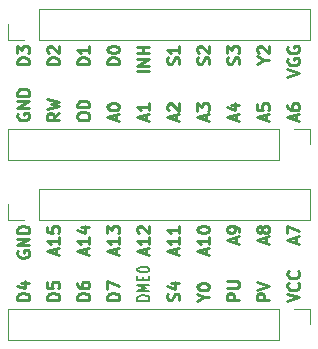
<source format=gbr>
%TF.GenerationSoftware,KiCad,Pcbnew,5.1.10-88a1d61d58~88~ubuntu20.10.1*%
%TF.CreationDate,2021-05-08T10:35:22+02:00*%
%TF.ProjectId,Breakout-Cartridge,42726561-6b6f-4757-942d-436172747269,1.0*%
%TF.SameCoordinates,Original*%
%TF.FileFunction,Legend,Top*%
%TF.FilePolarity,Positive*%
%FSLAX46Y46*%
G04 Gerber Fmt 4.6, Leading zero omitted, Abs format (unit mm)*
G04 Created by KiCad (PCBNEW 5.1.10-88a1d61d58~88~ubuntu20.10.1) date 2021-05-08 10:35:22*
%MOMM*%
%LPD*%
G01*
G04 APERTURE LIST*
%ADD10C,0.250000*%
%ADD11C,0.200000*%
%ADD12C,0.120000*%
G04 APERTURE END LIST*
D10*
X112482380Y-58804404D02*
X113482380Y-58471071D01*
X112482380Y-58137738D01*
X112530000Y-57280595D02*
X112482380Y-57375833D01*
X112482380Y-57518690D01*
X112530000Y-57661547D01*
X112625238Y-57756785D01*
X112720476Y-57804404D01*
X112910952Y-57852023D01*
X113053809Y-57852023D01*
X113244285Y-57804404D01*
X113339523Y-57756785D01*
X113434761Y-57661547D01*
X113482380Y-57518690D01*
X113482380Y-57423452D01*
X113434761Y-57280595D01*
X113387142Y-57232976D01*
X113053809Y-57232976D01*
X113053809Y-57423452D01*
X112530000Y-56280595D02*
X112482380Y-56375833D01*
X112482380Y-56518690D01*
X112530000Y-56661547D01*
X112625238Y-56756785D01*
X112720476Y-56804404D01*
X112910952Y-56852023D01*
X113053809Y-56852023D01*
X113244285Y-56804404D01*
X113339523Y-56756785D01*
X113434761Y-56661547D01*
X113482380Y-56518690D01*
X113482380Y-56423452D01*
X113434761Y-56280595D01*
X113387142Y-56232976D01*
X113053809Y-56232976D01*
X113053809Y-56423452D01*
X112482380Y-77847261D02*
X113482380Y-77513928D01*
X112482380Y-77180595D01*
X113387142Y-76275833D02*
X113434761Y-76323452D01*
X113482380Y-76466309D01*
X113482380Y-76561547D01*
X113434761Y-76704404D01*
X113339523Y-76799642D01*
X113244285Y-76847261D01*
X113053809Y-76894880D01*
X112910952Y-76894880D01*
X112720476Y-76847261D01*
X112625238Y-76799642D01*
X112530000Y-76704404D01*
X112482380Y-76561547D01*
X112482380Y-76466309D01*
X112530000Y-76323452D01*
X112577619Y-76275833D01*
X113387142Y-75275833D02*
X113434761Y-75323452D01*
X113482380Y-75466309D01*
X113482380Y-75561547D01*
X113434761Y-75704404D01*
X113339523Y-75799642D01*
X113244285Y-75847261D01*
X113053809Y-75894880D01*
X112910952Y-75894880D01*
X112720476Y-75847261D01*
X112625238Y-75799642D01*
X112530000Y-75704404D01*
X112482380Y-75561547D01*
X112482380Y-75466309D01*
X112530000Y-75323452D01*
X112577619Y-75275833D01*
X110466190Y-57423452D02*
X110942380Y-57423452D01*
X109942380Y-57756785D02*
X110466190Y-57423452D01*
X109942380Y-57090119D01*
X110037619Y-56804404D02*
X109990000Y-56756785D01*
X109942380Y-56661547D01*
X109942380Y-56423452D01*
X109990000Y-56328214D01*
X110037619Y-56280595D01*
X110132857Y-56232976D01*
X110228095Y-56232976D01*
X110370952Y-56280595D01*
X110942380Y-56852023D01*
X110942380Y-56232976D01*
X108354761Y-57756785D02*
X108402380Y-57613928D01*
X108402380Y-57375833D01*
X108354761Y-57280595D01*
X108307142Y-57232976D01*
X108211904Y-57185357D01*
X108116666Y-57185357D01*
X108021428Y-57232976D01*
X107973809Y-57280595D01*
X107926190Y-57375833D01*
X107878571Y-57566309D01*
X107830952Y-57661547D01*
X107783333Y-57709166D01*
X107688095Y-57756785D01*
X107592857Y-57756785D01*
X107497619Y-57709166D01*
X107450000Y-57661547D01*
X107402380Y-57566309D01*
X107402380Y-57328214D01*
X107450000Y-57185357D01*
X107402380Y-56852023D02*
X107402380Y-56232976D01*
X107783333Y-56566309D01*
X107783333Y-56423452D01*
X107830952Y-56328214D01*
X107878571Y-56280595D01*
X107973809Y-56232976D01*
X108211904Y-56232976D01*
X108307142Y-56280595D01*
X108354761Y-56328214D01*
X108402380Y-56423452D01*
X108402380Y-56709166D01*
X108354761Y-56804404D01*
X108307142Y-56852023D01*
X105814761Y-57756785D02*
X105862380Y-57613928D01*
X105862380Y-57375833D01*
X105814761Y-57280595D01*
X105767142Y-57232976D01*
X105671904Y-57185357D01*
X105576666Y-57185357D01*
X105481428Y-57232976D01*
X105433809Y-57280595D01*
X105386190Y-57375833D01*
X105338571Y-57566309D01*
X105290952Y-57661547D01*
X105243333Y-57709166D01*
X105148095Y-57756785D01*
X105052857Y-57756785D01*
X104957619Y-57709166D01*
X104910000Y-57661547D01*
X104862380Y-57566309D01*
X104862380Y-57328214D01*
X104910000Y-57185357D01*
X104957619Y-56804404D02*
X104910000Y-56756785D01*
X104862380Y-56661547D01*
X104862380Y-56423452D01*
X104910000Y-56328214D01*
X104957619Y-56280595D01*
X105052857Y-56232976D01*
X105148095Y-56232976D01*
X105290952Y-56280595D01*
X105862380Y-56852023D01*
X105862380Y-56232976D01*
X103274761Y-57756785D02*
X103322380Y-57613928D01*
X103322380Y-57375833D01*
X103274761Y-57280595D01*
X103227142Y-57232976D01*
X103131904Y-57185357D01*
X103036666Y-57185357D01*
X102941428Y-57232976D01*
X102893809Y-57280595D01*
X102846190Y-57375833D01*
X102798571Y-57566309D01*
X102750952Y-57661547D01*
X102703333Y-57709166D01*
X102608095Y-57756785D01*
X102512857Y-57756785D01*
X102417619Y-57709166D01*
X102370000Y-57661547D01*
X102322380Y-57566309D01*
X102322380Y-57328214D01*
X102370000Y-57185357D01*
X103322380Y-56232976D02*
X103322380Y-56804404D01*
X103322380Y-56518690D02*
X102322380Y-56518690D01*
X102465238Y-56613928D01*
X102560476Y-56709166D01*
X102608095Y-56804404D01*
X100782380Y-58375833D02*
X99782380Y-58375833D01*
X100782380Y-57899642D02*
X99782380Y-57899642D01*
X100782380Y-57328214D01*
X99782380Y-57328214D01*
X100782380Y-56852023D02*
X99782380Y-56852023D01*
X100258571Y-56852023D02*
X100258571Y-56280595D01*
X100782380Y-56280595D02*
X99782380Y-56280595D01*
X98242380Y-57756785D02*
X97242380Y-57756785D01*
X97242380Y-57518690D01*
X97290000Y-57375833D01*
X97385238Y-57280595D01*
X97480476Y-57232976D01*
X97670952Y-57185357D01*
X97813809Y-57185357D01*
X98004285Y-57232976D01*
X98099523Y-57280595D01*
X98194761Y-57375833D01*
X98242380Y-57518690D01*
X98242380Y-57756785D01*
X97242380Y-56566309D02*
X97242380Y-56471071D01*
X97290000Y-56375833D01*
X97337619Y-56328214D01*
X97432857Y-56280595D01*
X97623333Y-56232976D01*
X97861428Y-56232976D01*
X98051904Y-56280595D01*
X98147142Y-56328214D01*
X98194761Y-56375833D01*
X98242380Y-56471071D01*
X98242380Y-56566309D01*
X98194761Y-56661547D01*
X98147142Y-56709166D01*
X98051904Y-56756785D01*
X97861428Y-56804404D01*
X97623333Y-56804404D01*
X97432857Y-56756785D01*
X97337619Y-56709166D01*
X97290000Y-56661547D01*
X97242380Y-56566309D01*
X95702380Y-57756785D02*
X94702380Y-57756785D01*
X94702380Y-57518690D01*
X94750000Y-57375833D01*
X94845238Y-57280595D01*
X94940476Y-57232976D01*
X95130952Y-57185357D01*
X95273809Y-57185357D01*
X95464285Y-57232976D01*
X95559523Y-57280595D01*
X95654761Y-57375833D01*
X95702380Y-57518690D01*
X95702380Y-57756785D01*
X95702380Y-56232976D02*
X95702380Y-56804404D01*
X95702380Y-56518690D02*
X94702380Y-56518690D01*
X94845238Y-56613928D01*
X94940476Y-56709166D01*
X94988095Y-56804404D01*
X93162380Y-57756785D02*
X92162380Y-57756785D01*
X92162380Y-57518690D01*
X92210000Y-57375833D01*
X92305238Y-57280595D01*
X92400476Y-57232976D01*
X92590952Y-57185357D01*
X92733809Y-57185357D01*
X92924285Y-57232976D01*
X93019523Y-57280595D01*
X93114761Y-57375833D01*
X93162380Y-57518690D01*
X93162380Y-57756785D01*
X92257619Y-56804404D02*
X92210000Y-56756785D01*
X92162380Y-56661547D01*
X92162380Y-56423452D01*
X92210000Y-56328214D01*
X92257619Y-56280595D01*
X92352857Y-56232976D01*
X92448095Y-56232976D01*
X92590952Y-56280595D01*
X93162380Y-56852023D01*
X93162380Y-56232976D01*
X90622380Y-57756785D02*
X89622380Y-57756785D01*
X89622380Y-57518690D01*
X89670000Y-57375833D01*
X89765238Y-57280595D01*
X89860476Y-57232976D01*
X90050952Y-57185357D01*
X90193809Y-57185357D01*
X90384285Y-57232976D01*
X90479523Y-57280595D01*
X90574761Y-57375833D01*
X90622380Y-57518690D01*
X90622380Y-57756785D01*
X89622380Y-56852023D02*
X89622380Y-56232976D01*
X90003333Y-56566309D01*
X90003333Y-56423452D01*
X90050952Y-56328214D01*
X90098571Y-56280595D01*
X90193809Y-56232976D01*
X90431904Y-56232976D01*
X90527142Y-56280595D01*
X90574761Y-56328214D01*
X90622380Y-56423452D01*
X90622380Y-56709166D01*
X90574761Y-56804404D01*
X90527142Y-56852023D01*
X89670000Y-61940595D02*
X89622380Y-62035833D01*
X89622380Y-62178690D01*
X89670000Y-62321547D01*
X89765238Y-62416785D01*
X89860476Y-62464404D01*
X90050952Y-62512023D01*
X90193809Y-62512023D01*
X90384285Y-62464404D01*
X90479523Y-62416785D01*
X90574761Y-62321547D01*
X90622380Y-62178690D01*
X90622380Y-62083452D01*
X90574761Y-61940595D01*
X90527142Y-61892976D01*
X90193809Y-61892976D01*
X90193809Y-62083452D01*
X90622380Y-61464404D02*
X89622380Y-61464404D01*
X90622380Y-60892976D01*
X89622380Y-60892976D01*
X90622380Y-60416785D02*
X89622380Y-60416785D01*
X89622380Y-60178690D01*
X89670000Y-60035833D01*
X89765238Y-59940595D01*
X89860476Y-59892976D01*
X90050952Y-59845357D01*
X90193809Y-59845357D01*
X90384285Y-59892976D01*
X90479523Y-59940595D01*
X90574761Y-60035833D01*
X90622380Y-60178690D01*
X90622380Y-60416785D01*
X93162380Y-61892976D02*
X92686190Y-62226309D01*
X93162380Y-62464404D02*
X92162380Y-62464404D01*
X92162380Y-62083452D01*
X92210000Y-61988214D01*
X92257619Y-61940595D01*
X92352857Y-61892976D01*
X92495714Y-61892976D01*
X92590952Y-61940595D01*
X92638571Y-61988214D01*
X92686190Y-62083452D01*
X92686190Y-62464404D01*
X92162380Y-61559642D02*
X93162380Y-61321547D01*
X92448095Y-61131071D01*
X93162380Y-60940595D01*
X92162380Y-60702500D01*
X94702380Y-62273928D02*
X94702380Y-62083452D01*
X94750000Y-61988214D01*
X94845238Y-61892976D01*
X95035714Y-61845357D01*
X95369047Y-61845357D01*
X95559523Y-61892976D01*
X95654761Y-61988214D01*
X95702380Y-62083452D01*
X95702380Y-62273928D01*
X95654761Y-62369166D01*
X95559523Y-62464404D01*
X95369047Y-62512023D01*
X95035714Y-62512023D01*
X94845238Y-62464404D01*
X94750000Y-62369166D01*
X94702380Y-62273928D01*
X95702380Y-61416785D02*
X94702380Y-61416785D01*
X94702380Y-61178690D01*
X94750000Y-61035833D01*
X94845238Y-60940595D01*
X94940476Y-60892976D01*
X95130952Y-60845357D01*
X95273809Y-60845357D01*
X95464285Y-60892976D01*
X95559523Y-60940595D01*
X95654761Y-61035833D01*
X95702380Y-61178690D01*
X95702380Y-61416785D01*
X97956666Y-62512023D02*
X97956666Y-62035833D01*
X98242380Y-62607261D02*
X97242380Y-62273928D01*
X98242380Y-61940595D01*
X97242380Y-61416785D02*
X97242380Y-61321547D01*
X97290000Y-61226309D01*
X97337619Y-61178690D01*
X97432857Y-61131071D01*
X97623333Y-61083452D01*
X97861428Y-61083452D01*
X98051904Y-61131071D01*
X98147142Y-61178690D01*
X98194761Y-61226309D01*
X98242380Y-61321547D01*
X98242380Y-61416785D01*
X98194761Y-61512023D01*
X98147142Y-61559642D01*
X98051904Y-61607261D01*
X97861428Y-61654880D01*
X97623333Y-61654880D01*
X97432857Y-61607261D01*
X97337619Y-61559642D01*
X97290000Y-61512023D01*
X97242380Y-61416785D01*
X100496666Y-62512023D02*
X100496666Y-62035833D01*
X100782380Y-62607261D02*
X99782380Y-62273928D01*
X100782380Y-61940595D01*
X100782380Y-61083452D02*
X100782380Y-61654880D01*
X100782380Y-61369166D02*
X99782380Y-61369166D01*
X99925238Y-61464404D01*
X100020476Y-61559642D01*
X100068095Y-61654880D01*
X103036666Y-62512023D02*
X103036666Y-62035833D01*
X103322380Y-62607261D02*
X102322380Y-62273928D01*
X103322380Y-61940595D01*
X102417619Y-61654880D02*
X102370000Y-61607261D01*
X102322380Y-61512023D01*
X102322380Y-61273928D01*
X102370000Y-61178690D01*
X102417619Y-61131071D01*
X102512857Y-61083452D01*
X102608095Y-61083452D01*
X102750952Y-61131071D01*
X103322380Y-61702500D01*
X103322380Y-61083452D01*
X105576666Y-62512023D02*
X105576666Y-62035833D01*
X105862380Y-62607261D02*
X104862380Y-62273928D01*
X105862380Y-61940595D01*
X104862380Y-61702500D02*
X104862380Y-61083452D01*
X105243333Y-61416785D01*
X105243333Y-61273928D01*
X105290952Y-61178690D01*
X105338571Y-61131071D01*
X105433809Y-61083452D01*
X105671904Y-61083452D01*
X105767142Y-61131071D01*
X105814761Y-61178690D01*
X105862380Y-61273928D01*
X105862380Y-61559642D01*
X105814761Y-61654880D01*
X105767142Y-61702500D01*
X108116666Y-62512023D02*
X108116666Y-62035833D01*
X108402380Y-62607261D02*
X107402380Y-62273928D01*
X108402380Y-61940595D01*
X107735714Y-61178690D02*
X108402380Y-61178690D01*
X107354761Y-61416785D02*
X108069047Y-61654880D01*
X108069047Y-61035833D01*
X110656666Y-62512023D02*
X110656666Y-62035833D01*
X110942380Y-62607261D02*
X109942380Y-62273928D01*
X110942380Y-61940595D01*
X109942380Y-61131071D02*
X109942380Y-61607261D01*
X110418571Y-61654880D01*
X110370952Y-61607261D01*
X110323333Y-61512023D01*
X110323333Y-61273928D01*
X110370952Y-61178690D01*
X110418571Y-61131071D01*
X110513809Y-61083452D01*
X110751904Y-61083452D01*
X110847142Y-61131071D01*
X110894761Y-61178690D01*
X110942380Y-61273928D01*
X110942380Y-61512023D01*
X110894761Y-61607261D01*
X110847142Y-61654880D01*
X113196666Y-62512023D02*
X113196666Y-62035833D01*
X113482380Y-62607261D02*
X112482380Y-62273928D01*
X113482380Y-61940595D01*
X112482380Y-61178690D02*
X112482380Y-61369166D01*
X112530000Y-61464404D01*
X112577619Y-61512023D01*
X112720476Y-61607261D01*
X112910952Y-61654880D01*
X113291904Y-61654880D01*
X113387142Y-61607261D01*
X113434761Y-61559642D01*
X113482380Y-61464404D01*
X113482380Y-61273928D01*
X113434761Y-61178690D01*
X113387142Y-61131071D01*
X113291904Y-61083452D01*
X113053809Y-61083452D01*
X112958571Y-61131071D01*
X112910952Y-61178690D01*
X112863333Y-61273928D01*
X112863333Y-61464404D01*
X112910952Y-61559642D01*
X112958571Y-61607261D01*
X113053809Y-61654880D01*
X113196666Y-72901547D02*
X113196666Y-72425357D01*
X113482380Y-72996785D02*
X112482380Y-72663452D01*
X113482380Y-72330119D01*
X112482380Y-72092023D02*
X112482380Y-71425357D01*
X113482380Y-71853928D01*
X110656666Y-72901547D02*
X110656666Y-72425357D01*
X110942380Y-72996785D02*
X109942380Y-72663452D01*
X110942380Y-72330119D01*
X110370952Y-71853928D02*
X110323333Y-71949166D01*
X110275714Y-71996785D01*
X110180476Y-72044404D01*
X110132857Y-72044404D01*
X110037619Y-71996785D01*
X109990000Y-71949166D01*
X109942380Y-71853928D01*
X109942380Y-71663452D01*
X109990000Y-71568214D01*
X110037619Y-71520595D01*
X110132857Y-71472976D01*
X110180476Y-71472976D01*
X110275714Y-71520595D01*
X110323333Y-71568214D01*
X110370952Y-71663452D01*
X110370952Y-71853928D01*
X110418571Y-71949166D01*
X110466190Y-71996785D01*
X110561428Y-72044404D01*
X110751904Y-72044404D01*
X110847142Y-71996785D01*
X110894761Y-71949166D01*
X110942380Y-71853928D01*
X110942380Y-71663452D01*
X110894761Y-71568214D01*
X110847142Y-71520595D01*
X110751904Y-71472976D01*
X110561428Y-71472976D01*
X110466190Y-71520595D01*
X110418571Y-71568214D01*
X110370952Y-71663452D01*
X108116666Y-72901547D02*
X108116666Y-72425357D01*
X108402380Y-72996785D02*
X107402380Y-72663452D01*
X108402380Y-72330119D01*
X108402380Y-71949166D02*
X108402380Y-71758690D01*
X108354761Y-71663452D01*
X108307142Y-71615833D01*
X108164285Y-71520595D01*
X107973809Y-71472976D01*
X107592857Y-71472976D01*
X107497619Y-71520595D01*
X107450000Y-71568214D01*
X107402380Y-71663452D01*
X107402380Y-71853928D01*
X107450000Y-71949166D01*
X107497619Y-71996785D01*
X107592857Y-72044404D01*
X107830952Y-72044404D01*
X107926190Y-71996785D01*
X107973809Y-71949166D01*
X108021428Y-71853928D01*
X108021428Y-71663452D01*
X107973809Y-71568214D01*
X107926190Y-71520595D01*
X107830952Y-71472976D01*
X105576666Y-73853928D02*
X105576666Y-73377738D01*
X105862380Y-73949166D02*
X104862380Y-73615833D01*
X105862380Y-73282500D01*
X105862380Y-72425357D02*
X105862380Y-72996785D01*
X105862380Y-72711071D02*
X104862380Y-72711071D01*
X105005238Y-72806309D01*
X105100476Y-72901547D01*
X105148095Y-72996785D01*
X104862380Y-71806309D02*
X104862380Y-71711071D01*
X104910000Y-71615833D01*
X104957619Y-71568214D01*
X105052857Y-71520595D01*
X105243333Y-71472976D01*
X105481428Y-71472976D01*
X105671904Y-71520595D01*
X105767142Y-71568214D01*
X105814761Y-71615833D01*
X105862380Y-71711071D01*
X105862380Y-71806309D01*
X105814761Y-71901547D01*
X105767142Y-71949166D01*
X105671904Y-71996785D01*
X105481428Y-72044404D01*
X105243333Y-72044404D01*
X105052857Y-71996785D01*
X104957619Y-71949166D01*
X104910000Y-71901547D01*
X104862380Y-71806309D01*
X103036666Y-73853928D02*
X103036666Y-73377738D01*
X103322380Y-73949166D02*
X102322380Y-73615833D01*
X103322380Y-73282500D01*
X103322380Y-72425357D02*
X103322380Y-72996785D01*
X103322380Y-72711071D02*
X102322380Y-72711071D01*
X102465238Y-72806309D01*
X102560476Y-72901547D01*
X102608095Y-72996785D01*
X103322380Y-71472976D02*
X103322380Y-72044404D01*
X103322380Y-71758690D02*
X102322380Y-71758690D01*
X102465238Y-71853928D01*
X102560476Y-71949166D01*
X102608095Y-72044404D01*
X100496666Y-73853928D02*
X100496666Y-73377738D01*
X100782380Y-73949166D02*
X99782380Y-73615833D01*
X100782380Y-73282500D01*
X100782380Y-72425357D02*
X100782380Y-72996785D01*
X100782380Y-72711071D02*
X99782380Y-72711071D01*
X99925238Y-72806309D01*
X100020476Y-72901547D01*
X100068095Y-72996785D01*
X99877619Y-72044404D02*
X99830000Y-71996785D01*
X99782380Y-71901547D01*
X99782380Y-71663452D01*
X99830000Y-71568214D01*
X99877619Y-71520595D01*
X99972857Y-71472976D01*
X100068095Y-71472976D01*
X100210952Y-71520595D01*
X100782380Y-72092023D01*
X100782380Y-71472976D01*
X97956666Y-73853928D02*
X97956666Y-73377738D01*
X98242380Y-73949166D02*
X97242380Y-73615833D01*
X98242380Y-73282500D01*
X98242380Y-72425357D02*
X98242380Y-72996785D01*
X98242380Y-72711071D02*
X97242380Y-72711071D01*
X97385238Y-72806309D01*
X97480476Y-72901547D01*
X97528095Y-72996785D01*
X97242380Y-72092023D02*
X97242380Y-71472976D01*
X97623333Y-71806309D01*
X97623333Y-71663452D01*
X97670952Y-71568214D01*
X97718571Y-71520595D01*
X97813809Y-71472976D01*
X98051904Y-71472976D01*
X98147142Y-71520595D01*
X98194761Y-71568214D01*
X98242380Y-71663452D01*
X98242380Y-71949166D01*
X98194761Y-72044404D01*
X98147142Y-72092023D01*
X95416666Y-73853928D02*
X95416666Y-73377738D01*
X95702380Y-73949166D02*
X94702380Y-73615833D01*
X95702380Y-73282500D01*
X95702380Y-72425357D02*
X95702380Y-72996785D01*
X95702380Y-72711071D02*
X94702380Y-72711071D01*
X94845238Y-72806309D01*
X94940476Y-72901547D01*
X94988095Y-72996785D01*
X95035714Y-71568214D02*
X95702380Y-71568214D01*
X94654761Y-71806309D02*
X95369047Y-72044404D01*
X95369047Y-71425357D01*
X92876666Y-73853928D02*
X92876666Y-73377738D01*
X93162380Y-73949166D02*
X92162380Y-73615833D01*
X93162380Y-73282500D01*
X93162380Y-72425357D02*
X93162380Y-72996785D01*
X93162380Y-72711071D02*
X92162380Y-72711071D01*
X92305238Y-72806309D01*
X92400476Y-72901547D01*
X92448095Y-72996785D01*
X92162380Y-71520595D02*
X92162380Y-71996785D01*
X92638571Y-72044404D01*
X92590952Y-71996785D01*
X92543333Y-71901547D01*
X92543333Y-71663452D01*
X92590952Y-71568214D01*
X92638571Y-71520595D01*
X92733809Y-71472976D01*
X92971904Y-71472976D01*
X93067142Y-71520595D01*
X93114761Y-71568214D01*
X93162380Y-71663452D01*
X93162380Y-71901547D01*
X93114761Y-71996785D01*
X93067142Y-72044404D01*
X89670000Y-73568214D02*
X89622380Y-73663452D01*
X89622380Y-73806309D01*
X89670000Y-73949166D01*
X89765238Y-74044404D01*
X89860476Y-74092023D01*
X90050952Y-74139642D01*
X90193809Y-74139642D01*
X90384285Y-74092023D01*
X90479523Y-74044404D01*
X90574761Y-73949166D01*
X90622380Y-73806309D01*
X90622380Y-73711071D01*
X90574761Y-73568214D01*
X90527142Y-73520595D01*
X90193809Y-73520595D01*
X90193809Y-73711071D01*
X90622380Y-73092023D02*
X89622380Y-73092023D01*
X90622380Y-72520595D01*
X89622380Y-72520595D01*
X90622380Y-72044404D02*
X89622380Y-72044404D01*
X89622380Y-71806309D01*
X89670000Y-71663452D01*
X89765238Y-71568214D01*
X89860476Y-71520595D01*
X90050952Y-71472976D01*
X90193809Y-71472976D01*
X90384285Y-71520595D01*
X90479523Y-71568214D01*
X90574761Y-71663452D01*
X90622380Y-71806309D01*
X90622380Y-72044404D01*
X90622380Y-77704404D02*
X89622380Y-77704404D01*
X89622380Y-77466309D01*
X89670000Y-77323452D01*
X89765238Y-77228214D01*
X89860476Y-77180595D01*
X90050952Y-77132976D01*
X90193809Y-77132976D01*
X90384285Y-77180595D01*
X90479523Y-77228214D01*
X90574761Y-77323452D01*
X90622380Y-77466309D01*
X90622380Y-77704404D01*
X89955714Y-76275833D02*
X90622380Y-76275833D01*
X89574761Y-76513928D02*
X90289047Y-76752023D01*
X90289047Y-76132976D01*
X93162380Y-77704404D02*
X92162380Y-77704404D01*
X92162380Y-77466309D01*
X92210000Y-77323452D01*
X92305238Y-77228214D01*
X92400476Y-77180595D01*
X92590952Y-77132976D01*
X92733809Y-77132976D01*
X92924285Y-77180595D01*
X93019523Y-77228214D01*
X93114761Y-77323452D01*
X93162380Y-77466309D01*
X93162380Y-77704404D01*
X92162380Y-76228214D02*
X92162380Y-76704404D01*
X92638571Y-76752023D01*
X92590952Y-76704404D01*
X92543333Y-76609166D01*
X92543333Y-76371071D01*
X92590952Y-76275833D01*
X92638571Y-76228214D01*
X92733809Y-76180595D01*
X92971904Y-76180595D01*
X93067142Y-76228214D01*
X93114761Y-76275833D01*
X93162380Y-76371071D01*
X93162380Y-76609166D01*
X93114761Y-76704404D01*
X93067142Y-76752023D01*
X95702380Y-77704404D02*
X94702380Y-77704404D01*
X94702380Y-77466309D01*
X94750000Y-77323452D01*
X94845238Y-77228214D01*
X94940476Y-77180595D01*
X95130952Y-77132976D01*
X95273809Y-77132976D01*
X95464285Y-77180595D01*
X95559523Y-77228214D01*
X95654761Y-77323452D01*
X95702380Y-77466309D01*
X95702380Y-77704404D01*
X94702380Y-76275833D02*
X94702380Y-76466309D01*
X94750000Y-76561547D01*
X94797619Y-76609166D01*
X94940476Y-76704404D01*
X95130952Y-76752023D01*
X95511904Y-76752023D01*
X95607142Y-76704404D01*
X95654761Y-76656785D01*
X95702380Y-76561547D01*
X95702380Y-76371071D01*
X95654761Y-76275833D01*
X95607142Y-76228214D01*
X95511904Y-76180595D01*
X95273809Y-76180595D01*
X95178571Y-76228214D01*
X95130952Y-76275833D01*
X95083333Y-76371071D01*
X95083333Y-76561547D01*
X95130952Y-76656785D01*
X95178571Y-76704404D01*
X95273809Y-76752023D01*
X98242380Y-77704404D02*
X97242380Y-77704404D01*
X97242380Y-77466309D01*
X97290000Y-77323452D01*
X97385238Y-77228214D01*
X97480476Y-77180595D01*
X97670952Y-77132976D01*
X97813809Y-77132976D01*
X98004285Y-77180595D01*
X98099523Y-77228214D01*
X98194761Y-77323452D01*
X98242380Y-77466309D01*
X98242380Y-77704404D01*
X97242380Y-76799642D02*
X97242380Y-76132976D01*
X98242380Y-76561547D01*
D11*
X100782380Y-77784523D02*
X99782380Y-77784523D01*
X99782380Y-77594047D01*
X99830000Y-77479761D01*
X99925238Y-77403571D01*
X100020476Y-77365476D01*
X100210952Y-77327380D01*
X100353809Y-77327380D01*
X100544285Y-77365476D01*
X100639523Y-77403571D01*
X100734761Y-77479761D01*
X100782380Y-77594047D01*
X100782380Y-77784523D01*
X100782380Y-76984523D02*
X99782380Y-76984523D01*
X100496666Y-76717857D01*
X99782380Y-76451190D01*
X100782380Y-76451190D01*
X100258571Y-76070238D02*
X100258571Y-75803571D01*
X100782380Y-75689285D02*
X100782380Y-76070238D01*
X99782380Y-76070238D01*
X99782380Y-75689285D01*
X99782380Y-75194047D02*
X99782380Y-75117857D01*
X99830000Y-75041666D01*
X99877619Y-75003571D01*
X99972857Y-74965476D01*
X100163333Y-74927380D01*
X100401428Y-74927380D01*
X100591904Y-74965476D01*
X100687142Y-75003571D01*
X100734761Y-75041666D01*
X100782380Y-75117857D01*
X100782380Y-75194047D01*
X100734761Y-75270238D01*
X100687142Y-75308333D01*
X100591904Y-75346428D01*
X100401428Y-75384523D01*
X100163333Y-75384523D01*
X99972857Y-75346428D01*
X99877619Y-75308333D01*
X99830000Y-75270238D01*
X99782380Y-75194047D01*
D10*
X103274761Y-77752023D02*
X103322380Y-77609166D01*
X103322380Y-77371071D01*
X103274761Y-77275833D01*
X103227142Y-77228214D01*
X103131904Y-77180595D01*
X103036666Y-77180595D01*
X102941428Y-77228214D01*
X102893809Y-77275833D01*
X102846190Y-77371071D01*
X102798571Y-77561547D01*
X102750952Y-77656785D01*
X102703333Y-77704404D01*
X102608095Y-77752023D01*
X102512857Y-77752023D01*
X102417619Y-77704404D01*
X102370000Y-77656785D01*
X102322380Y-77561547D01*
X102322380Y-77323452D01*
X102370000Y-77180595D01*
X102655714Y-76323452D02*
X103322380Y-76323452D01*
X102274761Y-76561547D02*
X102989047Y-76799642D01*
X102989047Y-76180595D01*
X105386190Y-77513928D02*
X105862380Y-77513928D01*
X104862380Y-77847261D02*
X105386190Y-77513928D01*
X104862380Y-77180595D01*
X104862380Y-76656785D02*
X104862380Y-76561547D01*
X104910000Y-76466309D01*
X104957619Y-76418690D01*
X105052857Y-76371071D01*
X105243333Y-76323452D01*
X105481428Y-76323452D01*
X105671904Y-76371071D01*
X105767142Y-76418690D01*
X105814761Y-76466309D01*
X105862380Y-76561547D01*
X105862380Y-76656785D01*
X105814761Y-76752023D01*
X105767142Y-76799642D01*
X105671904Y-76847261D01*
X105481428Y-76894880D01*
X105243333Y-76894880D01*
X105052857Y-76847261D01*
X104957619Y-76799642D01*
X104910000Y-76752023D01*
X104862380Y-76656785D01*
X108402380Y-77704404D02*
X107402380Y-77704404D01*
X107402380Y-77323452D01*
X107450000Y-77228214D01*
X107497619Y-77180595D01*
X107592857Y-77132976D01*
X107735714Y-77132976D01*
X107830952Y-77180595D01*
X107878571Y-77228214D01*
X107926190Y-77323452D01*
X107926190Y-77704404D01*
X107402380Y-76704404D02*
X108211904Y-76704404D01*
X108307142Y-76656785D01*
X108354761Y-76609166D01*
X108402380Y-76513928D01*
X108402380Y-76323452D01*
X108354761Y-76228214D01*
X108307142Y-76180595D01*
X108211904Y-76132976D01*
X107402380Y-76132976D01*
X110942380Y-77704404D02*
X109942380Y-77704404D01*
X109942380Y-77323452D01*
X109990000Y-77228214D01*
X110037619Y-77180595D01*
X110132857Y-77132976D01*
X110275714Y-77132976D01*
X110370952Y-77180595D01*
X110418571Y-77228214D01*
X110466190Y-77323452D01*
X110466190Y-77704404D01*
X109942380Y-76847261D02*
X110942380Y-76513928D01*
X109942380Y-76180595D01*
D12*
%TO.C,J2*%
X114370000Y-55710000D02*
X114370000Y-53050000D01*
X91450000Y-55710000D02*
X114370000Y-55710000D01*
X91450000Y-53050000D02*
X114370000Y-53050000D01*
X91450000Y-55710000D02*
X91450000Y-53050000D01*
X90180000Y-55710000D02*
X88850000Y-55710000D01*
X88850000Y-55710000D02*
X88850000Y-54380000D01*
%TO.C,J1*%
X88850000Y-78450000D02*
X88850000Y-81110000D01*
X111770000Y-78450000D02*
X88850000Y-78450000D01*
X111770000Y-81110000D02*
X88850000Y-81110000D01*
X111770000Y-78450000D02*
X111770000Y-81110000D01*
X113040000Y-78450000D02*
X114370000Y-78450000D01*
X114370000Y-78450000D02*
X114370000Y-79780000D01*
%TO.C,J4*%
X88850000Y-70950000D02*
X88850000Y-69620000D01*
X90180000Y-70950000D02*
X88850000Y-70950000D01*
X91450000Y-70950000D02*
X91450000Y-68290000D01*
X91450000Y-68290000D02*
X114370000Y-68290000D01*
X91450000Y-70950000D02*
X114370000Y-70950000D01*
X114370000Y-70950000D02*
X114370000Y-68290000D01*
%TO.C,J5*%
X88850000Y-63210000D02*
X88850000Y-65870000D01*
X111770000Y-63210000D02*
X88850000Y-63210000D01*
X111770000Y-65870000D02*
X88850000Y-65870000D01*
X111770000Y-63210000D02*
X111770000Y-65870000D01*
X113040000Y-63210000D02*
X114370000Y-63210000D01*
X114370000Y-63210000D02*
X114370000Y-64540000D01*
%TD*%
M02*

</source>
